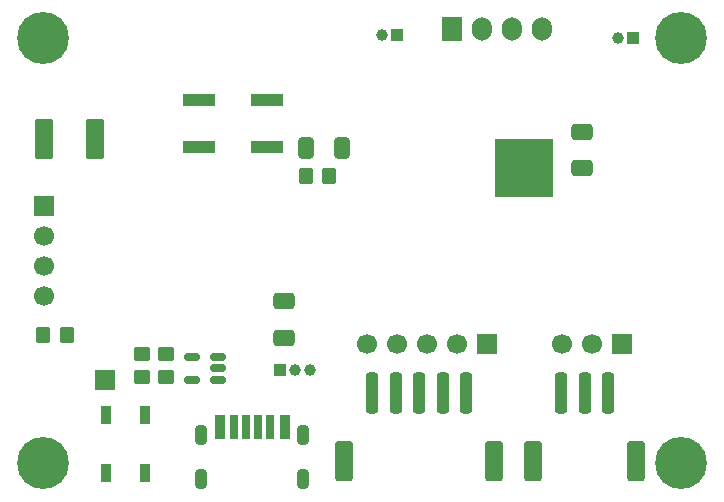
<source format=gbs>
%TF.GenerationSoftware,KiCad,Pcbnew,9.0.2*%
%TF.CreationDate,2025-06-17T20:14:42+02:00*%
%TF.ProjectId,elrs_tx_full,656c7273-5f74-4785-9f66-756c6c2e6b69,rev?*%
%TF.SameCoordinates,Original*%
%TF.FileFunction,Soldermask,Bot*%
%TF.FilePolarity,Negative*%
%FSLAX46Y46*%
G04 Gerber Fmt 4.6, Leading zero omitted, Abs format (unit mm)*
G04 Created by KiCad (PCBNEW 9.0.2) date 2025-06-17 20:14:42*
%MOMM*%
%LPD*%
G01*
G04 APERTURE LIST*
G04 Aperture macros list*
%AMRoundRect*
0 Rectangle with rounded corners*
0 $1 Rounding radius*
0 $2 $3 $4 $5 $6 $7 $8 $9 X,Y pos of 4 corners*
0 Add a 4 corners polygon primitive as box body*
4,1,4,$2,$3,$4,$5,$6,$7,$8,$9,$2,$3,0*
0 Add four circle primitives for the rounded corners*
1,1,$1+$1,$2,$3*
1,1,$1+$1,$4,$5*
1,1,$1+$1,$6,$7*
1,1,$1+$1,$8,$9*
0 Add four rect primitives between the rounded corners*
20,1,$1+$1,$2,$3,$4,$5,0*
20,1,$1+$1,$4,$5,$6,$7,0*
20,1,$1+$1,$6,$7,$8,$9,0*
20,1,$1+$1,$8,$9,$2,$3,0*%
G04 Aperture macros list end*
%ADD10RoundRect,0.150000X0.512500X0.150000X-0.512500X0.150000X-0.512500X-0.150000X0.512500X-0.150000X0*%
%ADD11RoundRect,0.250000X0.450000X-0.350000X0.450000X0.350000X-0.450000X0.350000X-0.450000X-0.350000X0*%
%ADD12RoundRect,0.250000X-0.450000X0.350000X-0.450000X-0.350000X0.450000X-0.350000X0.450000X0.350000X0*%
%ADD13RoundRect,0.250000X-0.412500X-0.650000X0.412500X-0.650000X0.412500X0.650000X-0.412500X0.650000X0*%
%ADD14R,2.750000X1.000000*%
%ADD15RoundRect,0.250000X-0.350000X-0.450000X0.350000X-0.450000X0.350000X0.450000X-0.350000X0.450000X0*%
%ADD16R,1.700000X1.700000*%
%ADD17C,1.700000*%
%ADD18R,1.000000X1.000000*%
%ADD19C,1.000000*%
%ADD20C,4.400000*%
%ADD21R,5.000000X5.000000*%
%ADD22R,0.700000X2.000000*%
%ADD23R,0.800000X2.000000*%
%ADD24R,0.900000X2.000000*%
%ADD25O,1.100000X1.800000*%
%ADD26R,1.700000X2.000000*%
%ADD27O,1.700000X2.000000*%
%ADD28RoundRect,0.250000X0.250000X1.500000X-0.250000X1.500000X-0.250000X-1.500000X0.250000X-1.500000X0*%
%ADD29RoundRect,0.250001X0.499999X1.449999X-0.499999X1.449999X-0.499999X-1.449999X0.499999X-1.449999X0*%
%ADD30RoundRect,0.250000X-0.537500X-1.450000X0.537500X-1.450000X0.537500X1.450000X-0.537500X1.450000X0*%
%ADD31RoundRect,0.250000X-0.650000X0.412500X-0.650000X-0.412500X0.650000X-0.412500X0.650000X0.412500X0*%
%ADD32RoundRect,0.090000X-0.360000X0.660000X-0.360000X-0.660000X0.360000X-0.660000X0.360000X0.660000X0*%
G04 APERTURE END LIST*
D10*
%TO.C,U3*%
X95562500Y-70038000D03*
X95562500Y-71938000D03*
X97837500Y-71938000D03*
X97837500Y-70988000D03*
X97837500Y-70038000D03*
%TD*%
D11*
%TO.C,R4*%
X91366000Y-69750000D03*
X91366000Y-71750000D03*
%TD*%
D12*
%TO.C,R3*%
X93398000Y-69750000D03*
X93398000Y-71750000D03*
%TD*%
D13*
%TO.C,C9*%
X105209000Y-52344400D03*
X108334000Y-52344400D03*
%TD*%
D14*
%TO.C,SW1*%
X101952000Y-48242800D03*
X96192000Y-48242800D03*
X101952000Y-52242800D03*
X96192000Y-52242800D03*
%TD*%
D15*
%TO.C,R2*%
X105225000Y-54681200D03*
X107225000Y-54681200D03*
%TD*%
D16*
%TO.C,J8*%
X120576000Y-68956000D03*
D17*
X118036000Y-68956000D03*
X115496000Y-68956000D03*
X112956000Y-68956000D03*
X110416000Y-68956000D03*
%TD*%
D18*
%TO.C,J10*%
X103050000Y-71115000D03*
D19*
X104320000Y-71115000D03*
X105590000Y-71115000D03*
%TD*%
D20*
%TO.C,H2*%
X83000000Y-79000000D03*
%TD*%
%TO.C,H1*%
X83000000Y-43000000D03*
%TD*%
%TO.C,H4*%
X137000000Y-79000000D03*
%TD*%
D16*
%TO.C,J6*%
X132006000Y-68956000D03*
D17*
X129466000Y-68956000D03*
X126926000Y-68956000D03*
%TD*%
D18*
%TO.C,J9*%
X112956000Y-42794000D03*
D19*
X111686000Y-42794000D03*
%TD*%
D21*
%TO.C,U2*%
X123665000Y-53986000D03*
%TD*%
D20*
%TO.C,H3*%
X137000000Y-43000000D03*
%TD*%
D18*
%TO.C,J7*%
X132895000Y-43048000D03*
D19*
X131625000Y-43048000D03*
%TD*%
D22*
%TO.C,P1*%
X101180400Y-75936000D03*
D23*
X99160400Y-75936000D03*
D24*
X97930400Y-75936000D03*
D22*
X100180400Y-75936000D03*
D23*
X102200400Y-75936000D03*
D24*
X103430400Y-75936000D03*
D25*
X104980400Y-80386000D03*
X104980400Y-76586000D03*
X96380400Y-80386000D03*
X96380400Y-76586000D03*
%TD*%
D26*
%TO.C,J5*%
X117642800Y-42286000D03*
D27*
X120182800Y-42286000D03*
X122722800Y-42286000D03*
X125262800Y-42286000D03*
%TD*%
D16*
%TO.C,J1*%
X88216400Y-72004000D03*
%TD*%
D28*
%TO.C,J2*%
X118835600Y-73091000D03*
X116835600Y-73091000D03*
X114835600Y-73091000D03*
X112835600Y-73091000D03*
X110835600Y-73091000D03*
D29*
X121185600Y-78841000D03*
X108485600Y-78841000D03*
%TD*%
D15*
%TO.C,R1*%
X83000000Y-68194000D03*
X85000000Y-68194000D03*
%TD*%
D16*
%TO.C,J4*%
X83048000Y-57272000D03*
D17*
X83048000Y-59812000D03*
X83048000Y-62352000D03*
X83048000Y-64892000D03*
%TD*%
D30*
%TO.C,C1*%
X83098800Y-51590200D03*
X87373800Y-51590200D03*
%TD*%
D31*
%TO.C,C3*%
X103368000Y-65247600D03*
X103368000Y-68372600D03*
%TD*%
D32*
%TO.C,D1*%
X88345400Y-74950400D03*
X91645400Y-74950400D03*
X91645400Y-79850400D03*
X88345400Y-79850400D03*
%TD*%
D28*
%TO.C,J3*%
X130837600Y-73112000D03*
X128837600Y-73112000D03*
X126837600Y-73112000D03*
D29*
X133187600Y-78862000D03*
X124487600Y-78862000D03*
%TD*%
D31*
%TO.C,C2*%
X128577000Y-54059300D03*
X128577000Y-50934300D03*
%TD*%
M02*

</source>
